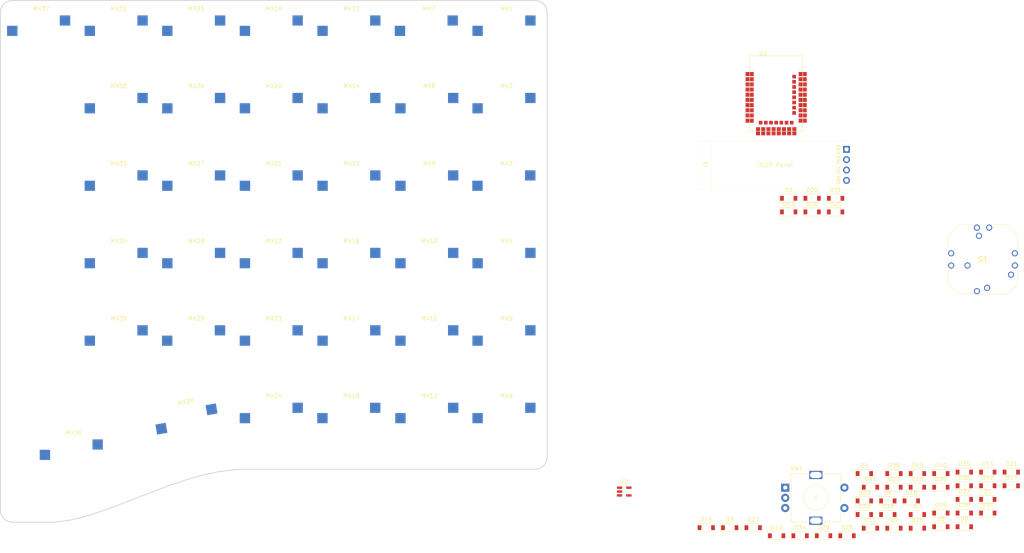
<source format=kicad_pcb>
(kicad_pcb (version 20211014) (generator pcbnew)
  (layers (0 "F.Cu" signal) (31 "B.Cu" signal) (34 "B.Paste" user) (35 "F.Paste" user) (36 "B.SilkS" user "B.Silkscreen") (37 "F.SilkS" user "F.Silkscreen") (38 "B.Mask" user) (39 "F.Mask" user) (44 "Edge.Cuts" user))
  (net 0 "")
  (net 1 "row_5")
  (net 2 "Net-(D1-Pad2)")
  (net 3 "row_4")
  (net 4 "Net-(D2-Pad2)")
  (net 5 "row_3")
  (net 6 "Net-(D3-Pad2)")
  (net 7 "row_2")
  (net 8 "Net-(D4-Pad2)")
  (net 9 "row_1")
  (net 10 "Net-(D5-Pad2)")
  (net 11 "row_0")
  (net 12 "Net-(D6-Pad2)")
  (net 13 "Net-(D35-Pad2)")
  (net 14 "Net-(D8-Pad2)")
  (net 15 "Net-(D9-Pad2)")
  (net 16 "Net-(D10-Pad2)")
  (net 17 "Net-(D11-Pad2)")
  (net 18 "Net-(D12-Pad2)")
  (net 19 "Net-(D13-Pad2)")
  (net 20 "Net-(D14-Pad2)")
  (net 21 "Net-(D15-Pad2)")
  (net 22 "Net-(D16-Pad2)")
  (net 23 "Net-(D17-Pad2)")
  (net 24 "Net-(D18-Pad2)")
  (net 25 "Net-(D19-Pad2)")
  (net 26 "Net-(D20-Pad2)")
  (net 27 "Net-(D21-Pad2)")
  (net 28 "Net-(D22-Pad2)")
  (net 29 "Net-(D23-Pad2)")
  (net 30 "Net-(D24-Pad2)")
  (net 31 "Net-(D25-Pad2)")
  (net 32 "Net-(D26-Pad2)")
  (net 33 "Net-(D27-Pad2)")
  (net 34 "Net-(D28-Pad2)")
  (net 35 "Net-(D29-Pad2)")
  (net 36 "Net-(D30-Pad2)")
  (net 37 "Net-(D31-Pad2)")
  (net 38 "Net-(D32-Pad2)")
  (net 39 "Net-(D33-Pad2)")
  (net 40 "Net-(D34-Pad2)")
  (net 41 "Net-(D36-Pad2)")
  (net 42 "Net-(D37-Pad2)")
  (net 43 "Net-(D38-Pad2)")
  (net 44 "Net-(D39-Pad2)")
  (net 45 "Net-(D40-Pad2)")
  (net 46 "Net-(D41-Pad2)")
  (net 47 "Net-(D42-Pad2)")
  (net 48 "Net-(D43-Pad2)")
  (net 49 "GND")
  (net 50 "circle_Y")
  (net 51 "+5V")
  (net 52 "circle_X")
  (net 53 "col_0")
  (net 54 "col_1")
  (net 55 "col_2")
  (net 56 "col_3")
  (net 57 "col_4")
  (net 58 "col_5")
  (net 59 "col_6")
  (net 60 "encoder_bottom_A")
  (net 61 "encoder_bottom_B")
  (net 63 "encoder_top_A")
  (net 64 "encoder_top_B")
  (net 65 "col_7")
  (net 68 "vdd")
  (net 70 "vddh")
  (net 71 "dcch")
  (net 72 "Net-(SW2-Pad1)")
  (net 73 "vbus")
  (net 76 "d+")
  (net 77 "sda")
  (net 79 "scl")
  (net 80 "swdio")
  (net 81 "swdclk")
  (net 85 "Net-(BT1-Pad1)")
  (net 86 "Net-(R1-Pad1)")
  (footprint "MX:MXOnly-1U-Hotswap" (layer "F.Cu") (at 75.01264 80)
    (fp_text reference "MX22" (at 7.115 -5.46 unlocked) (layer "F.SilkS"))
    (fp_text value "1U")
    (pad "" np_thru_hole circle (at 3.305 0) (size 3 3) (drill 3) (layers *.Cu *.Mask))
    (pad "" np_thru_hole circle (at 2.035 2.54 48.0996) (size 1.75 1.75) (drill 1.75) (layers *.Cu *.Mask))
    (pad "" np_thru_hole circle (at 12.195 2.54 48.0996) (size 1.75 1.75) (drill 1.75) (layers *.Cu *.Mask))
    (pad "" np_thru_hole circle (at 9.655 -2.54) (size 3 3) (drill 3) (layers *.Cu *.Mask))
    (pad "" np_thru_hole circle (at 7.115 2.54) (size 3.9878 3.9878) (drill 3.9878) (layers *.Cu *.Mask))
    (pad "1" smd rect (at 0.03 0) (size 2.55 2.5) (layers "B.Cu" "B.Paste" "B.Mask") (net 56 "col_3"))
    (pad "2" smd rect (at 12.957 -2.54) (size 2.55 2.5) (layers "B.Cu" "B.Paste" "B.Mask") (net 32 "Net-(D26-Pad2)"))
  )
  (footprint "Diode_SMD:D_SOD-123" (layer "F.Cu") (at 239.859441 134.945651)
    (fp_text reference "D16" (at 0 -2) (layer "F.SilkS"))
    (fp_text value "D_Small")
    (pad "1" smd rect (at -1.65 0) (size 0.9 1.2) (layers "F.Cu" "F.Paste" "F.Mask") (net 11 "row_0"))
    (pad "2" smd rect (at 1.65 0) (size 0.9 1.2) (layers "F.Cu" "F.Paste" "F.Mask") (net 22 "Net-(D16-Pad2)"))
  )
  (footprint "MX:MXOnly-1U-Hotswap" (layer "F.Cu") (at 132.04264 80)
    (fp_text reference "MX4" (at 7.115 -5.46 unlocked) (layer "F.SilkS"))
    (fp_text value "1U")
    (pad "" np_thru_hole circle (at 7.115 2.54) (size 3.9878 3.9878) (drill 3.9878) (layers *.Cu *.Mask))
    (pad "" np_thru_hole circle (at 9.655 -2.54) (size 3 3) (drill 3) (layers *.Cu *.Mask))
    (pad "" np_thru_hole circle (at 3.305 0) (size 3 3) (drill 3) (layers *.Cu *.Mask))
    (pad "" np_thru_hole circle (at 12.195 2.54 48.0996) (size 1.75 1.75) (drill 1.75) (layers *.Cu *.Mask))
    (pad "" np_thru_hole circle (at 2.035 2.54 48.0996) (size 1.75 1.75) (drill 1.75) (layers *.Cu *.Mask))
    (pad "1" smd rect (at 0.03 0) (size 2.55 2.5) (layers "B.Cu" "B.Paste" "B.Mask") (net 53 "col_0"))
    (pad "2" smd rect (at 12.957 -2.54) (size 2.55 2.5) (layers "B.Cu" "B.Paste" "B.Mask") (net 8 "Net-(D4-Pad2)"))
  )
  (footprint "Diode_SMD:D_SOD-123" (layer "F.Cu") (at 251.359441 134.585651)
    (fp_text reference "D30" (at 0 -2) (layer "F.SilkS"))
    (fp_text value "D_Small")
    (pad "1" smd rect (at -1.65 0) (size 0.9 1.2) (layers "F.Cu" "F.Paste" "F.Mask") (net 3 "row_4"))
    (pad "2" smd rect (at 1.65 0) (size 0.9 1.2) (layers "F.Cu" "F.Paste" "F.Mask") (net 36 "Net-(D30-Pad2)"))
  )
  (footprint "Diode_SMD:D_SOD-123" (layer "F.Cu") (at 214.059441 64.065651)
    (fp_text reference "D22" (at 0 -2) (layer "F.SilkS"))
    (fp_text value "D_Small")
    (pad "1" smd rect (at -1.65 0) (size 0.9 1.2) (layers "F.Cu" "F.Paste" "F.Mask") (net 11 "row_0"))
    (pad "2" smd rect (at 1.65 0) (size 0.9 1.2) (layers "F.Cu" "F.Paste" "F.Mask") (net 28 "Net-(D22-Pad2)"))
  )
  (footprint "Diode_SMD:D_SOD-123" (layer "F.Cu") (at 257.109441 141.285651)
    (fp_text reference "D37" (at 0 -2) (layer "F.SilkS"))
    (fp_text value "D_Small")
    (pad "1" smd rect (at -1.65 0) (size 0.9 1.2) (layers "F.Cu" "F.Paste" "F.Mask") (net 1 "row_5"))
    (pad "2" smd rect (at 1.65 0) (size 0.9 1.2) (layers "F.Cu" "F.Paste" "F.Mask") (net 42 "Net-(D37-Pad2)"))
  )
  (footprint "Diode_SMD:D_SOD-123" (layer "F.Cu") (at 251.359441 131.235651)
    (fp_text reference "D35" (at 0 -2) (layer "F.SilkS"))
    (fp_text value "D_Small")
    (pad "1" smd rect (at -1.65 0) (size 0.9 1.2) (layers "F.Cu" "F.Paste" "F.Mask") (net 3 "row_4"))
    (pad "2" smd rect (at 1.65 0) (size 0.9 1.2) (layers "F.Cu" "F.Paste" "F.Mask") (net 13 "Net-(D35-Pad2)"))
  )
  (footprint "MX:MXOnly-1U-Hotswap" (layer "F.Cu") (at 75.01264 118)
    (fp_text reference "MX24" (at 7.115 -5.46 unlocked) (layer "F.SilkS"))
    (fp_text value "1U")
    (pad "" np_thru_hole circle (at 2.035 2.54 48.0996) (size 1.75 1.75) (drill 1.75) (layers *.Cu *.Mask))
    (pad "" np_thru_hole circle (at 7.115 2.54) (size 3.9878 3.9878) (drill 3.9878) (layers *.Cu *.Mask))
    (pad "" np_thru_hole circle (at 3.305 0) (size 3 3) (drill 3) (layers *.Cu *.Mask))
    (pad "" np_thru_hole circle (at 9.655 -2.54) (size 3 3) (drill 3) (layers *.Cu *.Mask))
    (pad "" np_thru_hole circle (at 12.195 2.54 48.0996) (size 1.75 1.75) (drill 1.75) (layers *.Cu *.Mask))
    (pad "1" smd rect (at 0.03 0) (size 2.55 2.5) (layers "B.Cu" "B.Paste" "B.Mask") (net 56 "col_3"))
    (pad "2" smd rect (at 12.957 -2.54) (size 2.55 2.5) (layers "B.Cu" "B.Paste" "B.Mask") (net 34 "Net-(D28-Pad2)"))
  )
  (footprint "Diode_SMD:D_SOD-123" (layer "F.Cu") (at 245.609441 131.595651)
    (fp_text reference "D40" (at 0 -2) (layer "F.SilkS"))
    (fp_text value "D_Small")
    (pad "1" smd rect (at -1.65 0) (size 0.9 1.2) (layers "F.Cu" "F.Paste" "F.Mask") (net 7 "row_2"))
    (pad "2" smd rect (at 1.65 0) (size 0.9 1.2) (layers "F.Cu" "F.Paste" "F.Mask") (net 45 "Net-(D40-Pad2)"))
  )
  (footprint "Diode_SMD:D_SOD-123" (layer "F.Cu") (at 211.109441 146.845651)
    (fp_text reference "D34" (at 0 -2) (layer "F.SilkS"))
    (fp_text value "D_Small")
    (pad "1" smd rect (at -1.65 0) (size 0.9 1.2) (layers "F.Cu" "F.Paste" "F.Mask") (net 11 "row_0"))
    (pad "2" smd rect (at 1.65 0) (size 0.9 1.2) (layers "F.Cu" "F.Paste" "F.Mask") (net 40 "Net-(D34-Pad2)"))
  )
  (footprint "Diode_SMD:D_SOD-123" (layer "F.Cu") (at 262.859441 131.235651)
    (fp_text reference "D21" (at 0 -2) (layer "F.SilkS"))
    (fp_text value "D_Small")
    (pad "1" smd rect (at -1.65 0) (size 0.9 1.2) (layers "F.Cu" "F.Paste" "F.Mask") (net 9 "row_1"))
    (pad "2" smd rect (at 1.65 0) (size 0.9 1.2) (layers "F.Cu" "F.Paste" "F.Mask") (net 27 "Net-(D21-Pad2)"))
  )
  (footprint "MX:MXOnly-1U-Hotswap" (layer "F.Cu") (at 75.01264 61)
    (fp_text reference "MX21" (at 7.115 -5.46 unlocked) (layer "F.SilkS"))
    (fp_text value "1U")
    (pad "" np_thru_hole circle (at 3.305 0) (size 3 3) (drill 3) (layers *.Cu *.Mask))
    (pad "" np_thru_hole circle (at 2.035 2.54 48.0996) (size 1.75 1.75) (drill 1.75) (layers *.Cu *.Mask))
    (pad "" np_thru_hole circle (at 7.115 2.54) (size 3.9878 3.9878) (drill 3.9878) (layers *.Cu *.Mask))
    (pad "" np_thru_hole circle (at 9.655 -2.54) (size 3 3) (drill 3) (layers *.Cu *.Mask))
    (pad "" np_thru_hole circle (at 12.195 2.54 48.0996) (size 1.75 1.75) (drill 1.75) (layers *.Cu *.Mask))
    (pad "1" smd rect (at 0.03 0) (size 2.55 2.5) (layers "B.Cu" "B.Paste" "B.Mask") (net 56 "col_3"))
    (pad "2" smd rect (at 12.957 -2.54) (size 2.55 2.5) (layers "B.Cu" "B.Paste" "B.Mask") (net 31 "Net-(D25-Pad2)"))
  )
  (footprint "Diode_SMD:D_SOD-123" (layer "F.Cu") (at 193.859441 144.865651)
    (fp_text reference "D3" (at 0 -2) (layer "F.SilkS"))
    (fp_text value "D_Small")
    (pad "1" smd rect (at -1.65 0) (size 0.9 1.2) (layers "F.Cu" "F.Paste" "F.Mask") (net 5 "row_3"))
    (pad "2" smd rect (at 1.65 0) (size 0.9 1.2) (layers "F.Cu" "F.Paste" "F.Mask") (net 6 "Net-(D3-Pad2)"))
  )
  (footprint "MX:MXOnly-1U-Hotswap" (layer "F.Cu") (at 132.04264 99)
    (fp_text reference "MX5" (at 7.115 -5.46 unlocked) (layer "F.SilkS"))
    (fp_text value "1U")
    (pad "" np_thru_hole circle (at 12.195 2.54 48.0996) (size 1.75 1.75) (drill 1.75) (layers *.Cu *.Mask))
    (pad "" np_thru_hole circle (at 9.655 -2.54) (size 3 3) (drill 3) (layers *.Cu *.Mask))
    (pad "" np_thru_hole circle (at 3.305 0) (size 3 3) (drill 3) (layers *.Cu *.Mask))
    (pad "" np_thru_hole circle (at 2.035 2.54 48.0996) (size 1.75 1.75) (drill 1.75) (layers *.Cu *.Mask))
    (pad "" np_thru_hole circle (at 7.115 2.54) (size 3.9878 3.9878) (drill 3.9878) (layers *.Cu *.Mask))
    (pad "1" smd rect (at 0.03 0) (size 2.55 2.5) (layers "B.Cu" "B.Paste" "B.Mask") (net 53 "col_0"))
    (pad "2" smd rect (at 12.957 -2.54) (size 2.55 2.5) (layers "B.Cu" "B.Paste" "B.Mask") (net 10 "Net-(D5-Pad2)"))
  )
  (footprint "MX:MXOnly-1U-Hotswap" (layer "F.Cu") (at 37 23)
    (fp_text reference "MX31" (at 7.115 -5.46 unlocked) (layer "F.SilkS"))
    (fp_text value "1U")
    (pad "" np_thru_hole circle (at 2.035 2.54 48.0996) (size 1.75 1.75) (drill 1.75) (layers *.Cu *.Mask))
    (pad "" np_thru_hole circle (at 9.655 -2.54) (size 3 3) (drill 3) (layers *.Cu *.Mask))
    (pad "" np_thru_hole circle (at 3.305 0) (size 3 3) (drill 3) (layers *.Cu *.Mask))
    (pad "" np_thru_hole circle (at 12.195 2.54 48.0996) (size 1.75 1.75) (drill 1.75) (layers *.Cu *.Mask))
    (pad "" np_thru_hole circle (at 7.115 2.54) (size 3.9878 3.9878) (drill 3.9878) (layers *.Cu *.Mask))
    (pad "1" smd rect (at 0.03 0) (size 2.55 2.5) (layers "B.Cu" "B.Paste" "B.Mask") (net 58 "col_5"))
    (pad "2" smd rect (at 12.957 -2.54) (size 2.55 2.5) (layers "B.Cu" "B.Paste" "B.Mask") (net 42 "Net-(D37-Pad2)"))
  )
  (footprint "MX:MXOnly-1U-Hotswap" (layer "F.Cu") (at 113.01264 23)
    (fp_text reference "MX7" (at 7.115 -5.46 unlocked) (layer "F.SilkS"))
    (fp_text value "1U")
    (pad "" np_thru_hole circle (at 9.655 -2.54) (size 3 3) (drill 3) (layers *.Cu *.Mask))
    (pad "" np_thru_hole circle (at 3.305 0) (size 3 3) (drill 3) (layers *.Cu *.Mask))
    (pad "" np_thru_hole circle (at 2.035 2.54 48.0996) (size 1.75 1.75) (drill 1.75) (layers *.Cu *.Mask))
    (pad "" np_thru_hole circle (at 12.195 2.54 48.0996) (size 1.75 1.75) (drill 1.75) (layers *.Cu *.Mask))
    (pad "" np_thru_hole circle (at 7.115 2.54) (size 3.9878 3.9878) (drill 3.9878) (layers *.Cu *.Mask))
    (pad "1" smd rect (at 0.03 0) (size 2.55 2.5) (layers "B.Cu" "B.Paste" "B.Mask") (net 54 "col_1"))
    (pad "2" smd rect (at 12.957 -2.54) (size 2.55 2.5) (layers "B.Cu" "B.Paste" "B.Mask") (net 16 "Net-(D10-Pad2)"))
  )
  (footprint "Diode_SMD:D_SOD-123" (layer "F.Cu") (at 214.059441 67.415651)
    (fp_text reference "D36" (at 0 -2) (layer "F.SilkS"))
    (fp_text value "D_Small")
    (pad "1" smd rect (at -1.65 0) (size 0.9 1.2) (layers "F.Cu" "F.Paste" "F.Mask") (net 5 "row_3"))
    (pad "2" smd rect (at 1.65 0) (size 0.9 1.2) (layers "F.Cu" "F.Paste" "F.Mask") (net 41 "Net-(D36-Pad2)"))
  )
  (footprint "Diode_SMD:D_SOD-123" (layer "F.Cu") (at 251.359441 137.935651)
    (fp_text reference "D33" (at 0 -2) (layer "F.SilkS"))
    (fp_text value "D_Small")
    (pad "1" smd rect (at -1.65 0) (size 0.9 1.2) (layers "F.Cu" "F.Paste" "F.Mask") (net 9 "row_1"))
    (pad "2" smd rect (at 1.65 0) (size 0.9 1.2) (layers "F.Cu" "F.Paste" "F.Mask") (net 39 "Net-(D33-Pad2)"))
  )
  (footprint "Diode_SMD:D_SOD-123" (layer "F.Cu") (at 239.859441 141.645651)
    (fp_text reference "D7" (at 0 -2) (layer "F.SilkS"))
    (fp_text value "D_Small")
    (pad "1" smd rect (at -1.65 0) (size 0.9 1.2) (layers "F.Cu" "F.Paste" "F.Mask") (net 11 "row_0"))
    (pad "2" smd rect (at 1.65 0) (size 0.9 1.2) (layers "F.Cu" "F.Paste" "F.Mask") (net 13 "Net-(D35-Pad2)"))
  )
  (footprint "MX:MXOnly-1U-Hotswap" (layer "F.Cu") (at 132.04264 23)
    (fp_text reference "MX1" (at 7.115 -5.46 unlocked) (layer "F.SilkS"))
    (fp_text value "1U")
    (pad "" np_thru_hole circle (at 3.305 0) (size 3 3) (drill 3) (layers *.Cu *.Mask))
    (pad "" np_thru_hole circle (at 2.035 2.54 48.0996) (size 1.75 1.75) (drill 1.75) (layers *.Cu *.Mask))
    (pad "" np_thru_hole circle (at 9.655 -2.54) (size 3 3) (drill 3) (layers *.Cu *.Mask))
    (pad "" np_thru_hole circle (at 12.195 2.54 48.0996) (size 1.75 1.75) (drill 1.75) (layers *.Cu *.Mask))
    (pad "" np_thru_hole circle (at 7.115 2.54) (size 3.9878 3.9878) (drill 3.9878) (layers *.Cu *.Mask))
    (pad "1" smd rect (at 0.03 0) (size 2.55 2.5) (layers "B.Cu" "B.Paste" "B.Mask") (net 53 "col_0"))
    (pad "2" smd rect (at 12.957 -2.54) (size 2.55 2.5) (layers "B.Cu" "B.Paste" "B.Mask") (net 2 "Net-(D1-Pad2)"))
  )
  (footprint "Diode_SMD:D_SOD-123" (layer "F.Cu") (at 251.359441 144.635651)
    (fp_text reference "D5" (at 0 -2) (layer "F.SilkS"))
    (fp_text value "D_Small")
    (pad "1" smd rect (at -1.65 0) (size 0.9 1.2) (layers "F.Cu" "F.Paste" "F.Mask") (net 9 "row_1"))
    (pad "2" smd rect (at 1.65 0) (size 0.9 1.2) (layers "F.Cu" "F.Paste" "F.Mask") (net 10 "Net-(D5-Pad2)"))
  )
  (footprint "MX:MXOnly-1U-Hotswap" (layer "F.Cu") (at 113.12764 80)
    (fp_text reference "MX10" (at 7.115 -5.46 unlocked) (layer "F.SilkS"))
    (fp_text value "1U")
    (pad "" np_thru_hole circle (at 2.035 2.54 48.0996) (size 1.75 1.75) (drill 1.75) (layers *.Cu *.Mask))
    (pad "" np_thru_hole circle (at 12.195 2.54 48.0996) (size 1.75 1.75) (drill 1.75) (layers *.Cu *.Mask))
    (pad "" np_thru_hole circle (at 9.655 -2.54) (size 3 3) (drill 3) (layers *.Cu *.Mask))
    (pad "" np_thru_hole circle (at 7.115 2.54) (size 3.9878 3.9878) (drill 3.9878) (layers *.Cu *.Mask))
    (pad "" np_thru_hole circle (at 3.305 0) (size 3 3) (drill 3) (layers *.Cu *.Mask))
    (pad "1" smd rect (at 0.03 0) (size 2.55 2.5) (layers "B.Cu" "B.Paste" "B.Mask") (net 54 "col_1"))
    (pad "2" smd rect (at 12.957 -2.54) (size 2.55 2.5) (layers "B.Cu" "B.Paste" "B.Mask") (net 19 "Net-(D13-Pad2)"))
  )
  (footprint "MX:MXOnly-1U-Hotswap" (layer "F.Cu") (at 37 61)
    (fp_text reference "MX33" (at 7.115 -5.46 unlocked) (layer "F.SilkS"))
    (fp_text value "1U")
    (pad "" np_thru_hole circle (at 12.195 2.54 48.0996) (size 1.75 1.75) (drill 1.75) (layers *.Cu *.Mask))
    (pad "" np_thru_hole circle (at 3.305 0) (size 3 3) (drill 3) (layers *.Cu *.Mask))
    (pad "" np_thru_hole circle (at 9.655 -2.54) (size 3 3) (drill 3) (layers *.Cu *.Mask))
    (pad "" np_thru_hole circle (at 7.115 2.54) (size 3.9878 3.9878) (drill 3.9878) (layers *.Cu *.Mask))
    (pad "" np_thru_hole circle (at 2.035 2.54 48.0996) (size 1.75 1.75) (drill 1.75) (layers *.Cu *.Mask))
    (pad "1" smd rect (at 0.03 0) (size 2.55 2.5) (layers "B.Cu" "B.Paste" "B.Mask") (net 58 "col_5"))
    (pad "2" smd rect (at 12.957 -2.54) (size 2.55 2.5) (layers "B.Cu" "B.Paste" "B.Mask") (net 44 "Net-(D39-Pad2)"))
  )
  (footprint "Diode_SMD:D_SOD-123" (layer "F.Cu") (at 228.359441 134.945651)
    (fp_text reference "D41" (at 0 -2) (layer "F.SilkS"))
    (fp_text value "D_Small")
    (pad "1" smd rect (at -1.65 0) (size 0.9 1.2) (layers "F.Cu" "F.Paste" "F.Mask") (net 9 "row_1"))
    (pad "2" smd rect (at 1.65 0) (size 0.9 1.2) (layers "F.Cu" "F.Paste" "F.Mask") (net 46 "Net-(D41-Pad2)"))
  )
  (footprint "MX:MXOnly-1U-Hotswap" (layer "F.Cu") (at 18 23)
    (fp_text reference "MX37" (at 7.115 -5.46 unlocked) (layer "F.SilkS"))
    (fp_text value "1U")
    (pad "" np_thru_hole circle (at 12.195 2.54 48.0996) (size 1.75 1.75) (drill 1.75) (layers *.Cu *.Mask))
    (pad "" np_thru_hole circle (at 3.305 0) (size 3 3) (drill 3) (layers *.Cu *.Mask))
    (pad "" np_thru_hole circle (at 2.035 2.54 48.0996) (size 1.75 1.75) (drill 1.75) (layers *.Cu *.Mask))
    (pad "" np_thru_hole circle (at 7.115 2.54) (size 3.9878 3.9878) (drill 3.9878) (layers *.Cu *.Mask))
    (pad "" np_thru_hole circle (at 9.655 -2.54) (size 3 3) (drill 3) (layers *.Cu *.Mask))
    (pad "1" smd rect (at 0.03 0) (size 2.55 2.5) (layers "B.Cu" "B.Paste" "B.Mask") (net 59 "col_6"))
    (pad "2" smd rect (at 12.957 -2.54) (size 2.55 2.5) (layers "B.Cu" "B.Paste" "B.Mask") (net 48 "Net-(D43-Pad2)"))
  )
  (footprint "MX:MXOnly-1U-Hotswap" (layer "F.Cu") (at 94.04264 42)
    (fp_text reference "MX14" (at 7.115 -5.46 unlocked) (layer "F.SilkS"))
    (fp_text value "1U")
    (pad "" np_thru_hole circle (at 3.305 0) (size 3 3) (drill 3) (layers *.Cu *.Mask))
    (pad "" np_thru_hole circle (at 2.035 2.54 48.0996) (size 1.75 1.75) (drill 1.75) (layers *.Cu *.Mask))
    (pad "" np_thru_hole circle (at 9.655 -2.54) (size 3 3) (drill 3) (layers *.Cu *.Mask))
    (pad "" np_thru_hole circle (at 12.195 2.54 48.0996) (size 1.75 1.75) (drill 1.75) (layers *.Cu *.Mask))
    (pad "" np_thru_hole circle (at 7.115 2.54) (size 3.9878 3.9878) (drill 3.9878) (layers *.Cu *.Mask))
    (pad "1" smd rect (at 0.03 0) (size 2.55 2.5) (layers "B.Cu" "B.Paste" "B.Mask") (net 55 "col_2"))
    (pad "2" smd rect (at 12.957 -2.54) (size 2.55 2.5) (layers "B.Cu" "B.Paste" "B.Mask") (net 24 "Net-(D18-Pad2)"))
  )
  (footprint "Keebio-Parts:RotaryEncoder_Alps_EC11E-Switch_Vertical_H20mm" (layer "F.Cu") (at 214.959441 137.545651)
    (fp_text reference "SW1" (at -4.7 -7.2) (layer "F.SilkS"))
    (fp_text value "RotaryEncoder_Switch")
    (pad "A" thru_hole rect locked (at -7.5 -2.5) (size 2 2) (drill 1) (layers *.Cu *.Mask) (net 63 "encoder_top_A"))
    (pad "B" thru_hole circle locked (at -7.5 2.5) (size 2 2) (drill 1) (layers *.Cu *.Mask) (net 64 "encoder_top_B"))
    (pad "C" thru_hole circle locked (at -7.5 0) (size 2 2) (drill 1) (layers *.Cu *.Mask) (net 49 "GND"))
    (pad "MP" thru_hole rect locked (at 0 5.6) (size 3.2 2) (drill oval 2.8 1.5) (layers *.Cu *.Mask))
    (pad "MP" thru_hole rect locked (at 0 -5.6) (size 3.2 2) (drill oval 2.8 1.5) (layers *.Cu *.Mask))
    (pad "S1" thru_hole circle locked (at 7 2.5) (size 2 2) (drill 1) (layers *.Cu *.Mask) (net 65 "col_7"))
    (pad "S2" thru_hole circle locked (at 7 -2.5) (size 2 2) (drill 1) (layers *.Cu *.Mask) (net 22 "Net-(D16-Pad2)"))
  )
  (footprint "Diode_SMD:D_SOD-123" (layer "F.Cu") (at 245.609441 141.285651)
    (fp_text reference "D19" (at 0 -2) (layer "F.SilkS"))
    (fp_text value "D_Small")
    (pad "1" smd rect (at -1.65 0) (size 0.9 1.2) (layers "F.Cu" "F.Paste" "F.Mask") (net 5 "row_3"))
    (pad "2" smd rect (at 1.65 0) (size 0.9 1.2) (layers "F.Cu" "F.Paste" "F.Mask") (net 25 "Net-(D19-Pad2)"))
  )
  (footprint "Diode_SMD:D_SOD-123" (layer "F.Cu") (at 257.109441 131.235651)
    (fp_text reference "D14" (at 0 -2) (layer "F.SilkS"))
    (fp_text value "D_Small")
    (pad "1" smd rect (at -1.65 0) (size 0.9 1.2) (layers "F.Cu" "F.Paste" "F.Mask") (net 9 "row_1"))
    (pad "2" smd rect (at 1.65 0) (size 0.9 1.2) (layers "F.Cu" "F.Paste" "F.Mask") (net 20 "Net-(D14-Pad2)"))
  )
  (footprint "MX:MXOnly-1U-Hotswap" (layer "F.Cu") (at 94.04264 61)
    (fp_text reference "MX15" (at 7.115 -5.46 unlocked) (layer "F.SilkS"))
    (fp_text value "1U")
    (pad "" np_thru_hole circle (at 2.035 2.54 48.0996) (size 1.75 1.75) (drill 1.75) (layers *.Cu *.Mask))
    (pad "" np_thru_hole circle (at 3.305 0) (size 3 3) (drill 3) (layers *.Cu *.Mask))
    (pad "" np_thru_hole circle (at 12.195 2.54 48.0996) (size 1.75 1.75) (drill 1.75) (layers *.Cu *.Mask))
    (pad "" np_thru_hole circle (at 9.655 -2.54) (size 3 3) (drill 3) (layers *.Cu *.Mask))
    (pad "" np_thru_hole circle (at 7.115 2.54) (size 3.9878 3.9878) (drill 3.9878) (layers *.Cu *.Mask))
    (pad "1" smd rect (at 0.03 0) (size 2.55 2.5) (layers "B.Cu" "B.Paste" "B.Mask") (net 55 "col_2"))
    (pad "2" smd rect (at 12.957 -2.54) (size 2.55 2.5) (layers "B.Cu" "B.Paste" "B.Mask") (net 25 "Net-(D19-Pad2)"))
  )
  (footprint "MX:MXOnly-1U-Hotswap" (layer "F.Cu") (at 113.12764 118)
    (fp_text reference "MX12" (at 7.115 -5.46 unlocked) (layer "F.SilkS"))
    (fp_text value "1U")
    (pad "" np_thru_hole circle (at 7.115 2.54) (size 3.9878 3.9878) (drill 3.9878) (layers *.Cu *.Mask))
    (pad "" np_thru_hole circle (at 3.305 0) (size 3 3) (drill 3) (layers *.Cu *.Mask))
    (pad "" np_thru_hole circle (at 12.195 2.54 48.0996) (size 1.75 1.75) (drill 1.75) (layers *.Cu *.Mask))
    (pad "" np_thru_hole circle (at 9.655 -2.54) (size 3 3) (drill 3) (layers *.Cu *.Mask))
    (pad "" np_thru_hole circle (at 2.035 2.54 48.0996) (size 1.75 1.75) (drill 1.75) (layers *.Cu *.Mask))
    (pad "1" smd rect (at 0.03 0) (size 2.55 2.5) (layers "B.Cu" "B.Paste" "B.Mask") (net 54 "col_1"))
    (pad "2" smd rect (at 12.957 -2.54) (size 2.55 2.5) (layers "B.Cu" "B.Paste" "B.Mask") (net 21 "Net-(D15-Pad2)"))
  )
  (footprint "Diode_SMD:D_SOD-123" (layer "F.Cu") (at 232.609441 138.295651)
    (fp_text reference "D6" (at 0 -2) (layer "F.SilkS"))
    (fp_text value "D_Small")
    (pad "1" smd rect (at -1.65 0) (size 0.9 1.2) (layers "F.Cu" "F.Paste" "F.Mask") (net 11 "row_0"))
    (pad "2" smd rect (at 1.65 0) (size 0.9 1.2) (layers "F.Cu" "F.Paste" "F.Mask") (net 12 "Net-(D6-Pad2)"))
  )
  (footprint "Diode_SMD:D_SOD-123" (layer "F.Cu") (at 226.859441 131.595651)
    (fp_text reference "D4" (at 0 -2) (layer "F.SilkS"))
    (fp_text value "D_Small")
    (pad "1" smd rect (at -1.65 0) (size 0.9 1.2) (layers "F.Cu" "F.Paste" "F.Mask") (net 7 "row_2"))
    (pad "2" smd rect (at 1.65 0) (size 0.9 1.2) (layers "F.Cu" "F.Paste" "F.Mask") (net 8 "Net-(D4-Pad2)"))
  )
  (footprint "MX:MXOnly-1U-Hotswap" (layer "F.Cu") (at 94.04264 99)
    (fp_text reference "MX17" (at 7.115 -5.46 unlocked) (layer "F.SilkS"))
    (fp_text value "1U")
    (pad "" np_thru_hole circle (at 9.655 -2.54) (size 3 3) (drill 3) (layers *.Cu *.Mask))
    (pad "" np_thru_hole circle (at 2.035 2.54 48.0996) (size 1.75 1.75) (drill 1.75) (layers *.Cu *.Mask))
    (pad "" np_thru_hole circle (at 12.195 2.54 48.0996) (size 1.75 1.75) (drill 1.75) (layers *.Cu *.Mask))
    (pad "" np_thru_hole circle (at 3.305 0) (size 3 3) (drill 3) (layers *.Cu *.Mask))
    (pad "" np_thru_hole circle (at 7.115 2.54) (size 3.9878 3.9878) (drill 3.9878) (layers *.Cu *.Mask))
    (pad "1" smd rect (at 0.03 0) (size 2.55 2.5) (layers "B.Cu" "B.Paste" "B.Mask") (net 55 "col_2"))
    (pad "2" smd rect (at 12.957 -2.54) (size 2.55 2.5) (layers "B.Cu" "B.Paste" "B.Mask") (net 27 "Net-(D21-Pad2)"))
  )
  (footprint "MX:MXOnly-1U-Hotswap" (layer "F.Cu") (at 132.04264 42)
    (fp_text reference "MX2" (at 7.115 -5.46 unlocked) (layer "F.SilkS"))
    (fp_text value "1U")
    (pad "" np_thru_hole circle (at 2.035 2.54 48.0996) (size 1.75 1.75) (drill 1.75) (layers *.Cu *.Mask))
    (pad "" np_thru_hole circle (at 3.305 0) (size 3 3) (drill 3) (layers *.Cu *.Mask))
    (pad "" np_thru_hole circle (at 12.195 2.54 48.0996) (size 1.75 1.75) (drill 1.75) (layers *.Cu *.Mask))
    (pad "" np_thru_hole circle (at 7.115 2.54) (size 3.9878 3.9878) (drill 3.9878) (layers *.Cu *.Mask))
    (pad "" np_thru_hole circle (at 9.655 -2.54) (size 3 3) (drill 3) (layers *.Cu *.Mask))
    (pad "1" smd rect (at 0.03 0) (size 2.55 2.5) (layers "B.Cu" "B.Paste" "B.Mask") (net 53 "col_0"))
    (pad "2" smd rect (at 12.957 -2.54) (size 2.55 2.5) (layers "B.Cu" "B.Paste" "B.Mask") (net 4 "Net-(D2-Pad2)"))
  )
  (footprint "Diode_SMD:D_SOD-123" (layer "F.Cu") (at 226.859441 138.295651)
    (fp_text reference "D23" (at 0 -2) (layer "F.SilkS"))
    (fp_text value "D_Small")
    (pad "1" smd rect (at -1.65 0) (size 0.9 1.2) (layers "F.Cu" "F.Paste" "F.Mask") (net 1 "row_5"))
    (pad "2" smd rect (at 1.65 0) (size 0.9 1.2) (layers "F.Cu" "F.Paste" "F.Mask") (net 29 "Net-(D23-Pad2)"))
  )
  (footprint "Diode_SMD:D_SOD-123" (layer "F.Cu") (at 188.109441 144.865651)
    (fp_text reference "D15" (at 0 -2) (layer "F.SilkS"))
    (fp_text value "D_Small")
    (pad "1" smd rect (at -1.65 0) (size 0.9 1.2) (layers "F.Cu" "F.Paste" "F.Mask") (net 11 "row_0"))
    (pad "2" smd rect (at 1.65 0) (size 0.9 1.2) (layers "F.Cu" "F.Paste" "F.Mask") (net 21 "Net-(D15-Pad2)"))
  )
  (footprint "Diode_SMD:D_SOD-123" (layer "F.Cu") (at 245.609441 134.945651)
    (fp_text reference "D20" (at 0 -2) (layer "F.SilkS"))
    (fp_text value "D_Small")
    (pad "1" smd rect (at -1.65 0) (size 0.9 1.2) (layers "F.Cu" "F.Paste" "F.Mask") (net 7 "row_2"))
    (pad "2" smd rect (at 1.65 0) (size 0.9 1.2) (layers "F.Cu" "F.Paste" "F.Mask") (net 26 "Net-(D20-Pad2)"))
  )
  (footprint "cumsys:RKJXT1F42001" (layer "F.Cu") (at 255.934441 79.060651)
    (fp_text reference "S1" (at 0 0) (layer "F.SilkS") (effects (font (size 1.27 1.27) (thickness 0.254))))
    (fp_text value "RKJXT1F42001" hide)
    (pad "1" thru_hole circle locked (at -1.5 7.8) (size 1.5 1.5) (drill 1) (layers *.Cu *.Mask) (net 13 "Net-(D35-Pad2)"))
    (pad "2" thru_hole circle locked (at 1 6.98) (size 1.5 1.5) (drill 1) (layers *.Cu *.Mask) (net 59 "col_6"))
    (pad "3" thru_hole circle locked (at 6.86 3.75) (size 1.5 1.5) (drill 1) (layers *.Cu *.Mask) (net 59 "col_6"))
    (pad "4" thru_hole circle locked (at 7.8 1.5) (size 1.5 1.5) (drill 1) (layers *.Cu *.Mask) (net 14 "Net-(D8-Pad2)"))
    (pad "5" thru_hole circle locked (at 7.8 -1.5) (size 1.5 1.5) (drill 1) (layers *.Cu *.Mask) (net 60 "encoder_bottom_A"))
    (pad "6" thru_hole circle locked (at 1.5 -7.8) (size 1.5 1.5) (drill 1) (layers *.Cu *.Mask) (net 15 "Net-(D9-Pad2)"))
    (pad "7" thru_hole circle locked (at -1 -5.78) (size 1.5 1.5) (drill 1) (layers *.Cu *.Mask) (net 13 "Net-(D35-Pad2)"))
    (pad "8" thru_hole circle locked (at -1.5 -7.8) (size 1.5 1.5) (drill 1) (layers *.Cu *.Mask) (net 49 "GND"))
    (pad "9" thru_hole circle locked (at -7.8 -1.5) (size 1.5 1.5) (drill 1) (layers *.Cu *.Mask) (net 41 "Net-(D36-Pad2)"))
    (pad "10" thru_hole circle locked (at -7.8 1.5) (size 1.5 1.5) (drill 1) (layers *.Cu *.Mask) (net 61 "encoder_bottom_B"))
    (pad "11" thru_hole circle locked (at -3.8 1.5) (size 1.5 1.5) (drill 1) (layers *.Cu *.Mask))
  )
  (footprint "Diode_SMD:D_SOD-123" (layer "F.Cu") (at 208.309441 67.415651)
    (fp_text reference "D43" (at 0 -2) (layer "F.SilkS"))
    (fp_text value "D_Small")
    (pad "1" smd rect (at -1.65 0) (size 0.9 1.2) (layers "F.Cu" "F.Paste" "F.Mask") (net 1 "row_5"))
    (pad "2" smd rect (at 1.65 0) (size 0.9 1.2) (layers "F.Cu" "F.Paste" "F.Mask") (net 48 "Net-(D43-Pad2)"))
  )
  (footprint "MX:MXOnly-1U-Hotswap" (layer "F.Cu") (at 56 80)
    (fp_text reference "MX28" (at 7.115 -5.46 unlocked) (layer "F.SilkS"))
    (fp_text value "1U")
    (pad "" np_thru_hole circle (at 2.035 2.54 48.0996) (size 1.75 1.75) (drill 1.75) (layers *.Cu *.Mask))
    (pad "" np_thru_hole circle (at 9.655 -2.54) (size 3 3) (drill 3) (layers *.Cu *.Mask))
    (pad "" np_thru_hole circle (at 3.305 0) (size 3 3) (drill 3) (layers *.Cu *.Mask))
    (pad "" np_thru_hole circle (at 7.115 2.54) (size 3.9878 3.9878) (drill 3.9878) (layers *.Cu *.Mask))
    (pad "" np_thru_hole circle (at 12.195 2.54 48.0996) (size 1.75 1.75) (drill 1.75) (layers *.Cu *.Mask))
    (pad "1" smd rect (at 0.03 0) (size 2.55 2.5) (layers "B.Cu" "B.Paste" "B.Mask") (net 57 "col_4"))
    (pad "2" smd rect (at 12.957 -2.54) (size 2.55 2.5) (layers "B.Cu" "B.Paste" "B.Mask") (net 38 "Net-(D32-Pad2)"))
  )
  (footprint "MX:MXOnly-1U-Hotswap" (layer "F.Cu") (at 54.545361 120.586418 10)
    (fp_text reference "MX30" (at 7.115 -5.46 10 unlocked) (layer "F.SilkS"))
    (fp_text value "1U")
    (pad "" np_thru_hole circle (at 12.195 2.54 58.0996) (size 1.75 1.75) (drill 1.75) (layers *.Cu *.Mask))
    (pad "" np_thru_hole circle (at 7.115 2.54 10) (size 3.9878 3.9878) (drill 3.9878) (layers *.Cu *.Mask))
    (pad "" np_thru_hole circle (at 9.655 -2.54 10) (size 3 3) (drill 3) (layers *.Cu *.Mask))
    (pad "" np_thru_hole circle (at 3.305 0 10) (size 3 3) (drill 3) (layers *.Cu *.Mask))
    (pad "" np_thru_hole circle (at 2.035 2.54 58.0996) (size 1.75 1.75) (drill 1.75) (layers *.Cu *.Mask))
    (pad "1" smd rect (at 0.03 0 10) (size 2.55 2.5) (layers "B.Cu" "B.Paste" "B.Mask") (net 57 "col_4"))
    (pad "2" smd rect (at 12.957 -2.54 10) (size 2.55 2.5) (layers "B.Cu" "B.Paste" "B.Mask") (net 40 "Net-(D34-Pad2)"))
  )
  (footprint "Diode_SMD:D_SOD-123" (layer "F.Cu") (at 245.609441 144.635651)
    (fp_text reference "D8" (at 0 -2) (layer "F.SilkS"))
    (fp_text value "D_Small")
    (pad "1" smd rect (at -1.65 0) (size 0.9 1.2) (layers "F.Cu" "F.Paste" "F.Mask") (net 9 "row_1"))
    (pad "2" smd rect (at 1.65 0) (size 0.9 1.2) (layers "F.Cu" "F.Paste" "F.Mask") (net 14 "Net-(D8-Pad2)"))
  )
  (footprint "MX:MXOnly-1U-Hotswap" (layer "F.Cu") (at 75.01264 99)
    (fp_text reference "MX23" (at 7.115 -5.46 unlocked) (layer "F.SilkS"))
    (fp_text value "1U")
    (pad "" np_thru_hole circle (at 9.655 -2.54) (size 3 3) (drill 3) (layers *.Cu *.Mask))
    (pad "" np_thru_hole circle (at 2.035 2.54 48.0996) (size 1.75 1.75) (drill 1.75) (layers *.Cu *.Mask))
    (pad "" np_thru_hole circle (at 12.195 2.54 48.0996) (size 1.75 1.75) (drill 1.75) (layers *.Cu *.Mask))
    (pad "" np_thru_hole circle (at 7.115 2.54) (size 3.9878 3.9878) (drill 3.9878) (layers *.Cu *.Mask))
    (pad "" np_thru_hole circle (at 3.305 0) (size 3 3) (drill 3) (layers *.Cu *.Mask))
    (pad "1" smd rect (at 0.03 0) (size 2.55 2.5) (layers "B.Cu" "B.Paste" "B.Mask") (net 56 "col_3"))
    (pad "2" smd rect (at 12.957 -2.54) (size 2.55 2.5) (layers "B.Cu" "B.Paste" "B.Mask") (net 33 "Net-(D27-Pad2)"))
  )
  (footprint "Diode_SMD:D_SOD-123" (layer "F.Cu") (at 222.609441 146.845651)
    (fp_text reference "D25" (at 0 -2) (layer "F.SilkS"))
    (fp_text value "D_Small")
    (pad "1" smd rect (at -1.65 0) (size 0.9 1.2) (layers "F.Cu" "F.Paste" "F.Mask") (net 5 "row_3"))
    (pad "2" smd rect (at 1.65 0) (size 0.9 1.2) (layers "F.Cu" "F.Paste" "F.Mask") (net 31 "Net-(D25-Pad2)"))
  )
  (footprint "Diode_SMD:D_SOD-123" (layer "F.Cu") (at 205.359441 146.845651)
    (fp_text reference "D12" (at 0 -2) (layer "F.SilkS"))
    (fp_text value "D_Small")
    (pad "1" smd rect (at -1.65 0) (size 0.9 1.2) (layers "F.Cu" "F.Paste" "F.Mask") (net 5 "row_3"))
    (pad "2" smd rect (at 1.65 0) (size 0.9 1.2) (layers "F.Cu" "F.Paste" "F.Mask") (net 18 "Net-(D12-Pad2)"))
  )
  (footprint "MX:MXOnly-1U-Hotswap" (layer "F.Cu") (at 94.04264 80)
    (fp_text reference "MX16" (at 7.115 -5.46 unlocked) (layer "F.SilkS"))
    (fp_text value "1U")
    (pad "" np_thru_hole circle (at 2.035 2.54 48.0996) (size 1.75 1.75) (drill 1.75) (layers *.Cu *.Mask))
    (pad "" np_thru_hole circle (at 12.195 2.54 48.0996) (size 1.75 1.75) (drill 1.75) (layers *.Cu *.Mask))
    (pad "" np_thru_hole circle (at 3.305 0) (size 3 3) (drill 3) (layers *.Cu *.Mask))
    (pad "" np_thru_hole circle (at 9.655 -2.54) (size 3 3) (drill 3) (layers *.Cu *.Mask))
    (pad "" np_thru_hole circle (at 7.115 2.54) (size 3.9878 3.9878) (drill 3.9878) (layers *.Cu *.Mask))
    (pad "1" smd rect (at 0.03 0) (size 2.55 2.5) (layers "B.Cu" "B.Paste" "B.Mask") (net 55 "col_2"))
    (pad "2" smd rect (at 12.957 -2.54) (size 2.55 2.5) (layers "B.Cu" "B.Paste" "B.Mask") (net 26 "Net-(D20-Pad2)"))
  )
  (footprint "MX:MXOnly-1U-Hotswap" (layer "F.Cu") (at 56 42)
    (fp_text reference "MX26" (at 7.115 -5.46 unlocked) (layer "F.SilkS"))
    (fp_text value "1U")
    (pad "" np_thru_hole circle (at 3.305 0) (size 3 3) (drill 3) (layers *.Cu *.Mask))
    (pad "" np_thru_hole circle (at 2.035 2.54 48.0996) (size 1.75 1.75) (drill 1.75) (layers *.Cu *.Mask))
    (pad "" np_thru_hole circle (at 7.115 2.54) (size 3.9878 3.9878) (drill 3.9878) (layers *.Cu *.Mask))
    (pad "" np_thru_hole circle (at 9.655 -2.54) (size 3 3) (drill 3) (layers *.Cu *.Mask))
    (pad "" np_thru_hole circle (at 12.195 2.54 48.0996) (size 1.75 1.75) (drill 1.75) (layers *.Cu *.Mask))
    (pad "1" smd rect (at 0.03 0) (size 2.55 2.5) (layers "B.Cu" "B.Paste" "B.Mask") (net 57 "col_4"))
    (pad "2" smd rect (at 12.957 -2.54) (size 2.55 2.5) (layers "B.Cu" "B.Paste" "B.Mask") (net 36 "Net-(D30-Pad2)"))
  )
  (footprint "Diode_SMD:D_SOD-123" (layer "F.Cu") (at 239.859441 131.595651)
    (fp_text reference "D10" (at 0 -2) (layer "F.SilkS"))
    (fp_text value "D_Small")
    (pad "1" smd rect (at -1.65 0) (size 0.9 1.2) (layers "F.Cu" "F.Paste" "F.Mask") (net 1 "row_5"))
    (pad "2" smd rect (at 1.65 0) (size 0.9 1.2) (layers "F.Cu" "F.Paste" "F.Mask") (net 16 "Net-(D10-Pad2)"))
  )
  (footprint "Diode_SMD:D_SOD-123" (layer "F.Cu") (at 239.859441 144.995651)
    (fp_text reference "D26" (at 0 -2) (layer "F.SilkS"))
    (fp_text value "D_Small")
    (pad "1" smd rect (at -1.65 0) (size 0.9 1.2) (layers "F.Cu" "F.Paste" "F.Mask") (net 7 "row_2"))
    (pad "2" smd rect (at 1.65 0) (size 0.9 1.2) (layers "F.Cu" "F.Paste" "F.Mask") (net 32 "Net-(D26-Pad2)"))
  )
  (footprint "Diode_SMD:D_SOD-123" (layer "F.Cu") (at 234.109441 134.945651)
    (fp_text reference "D13" (at 0 -2) (layer "F.SilkS"))
    (fp_text value "D_Small")
    (pad "1" smd rect (at -1.65 0) (size 0.9 1.2) (layers "F.Cu" "F.Paste" "F.Mask") (net 7 "row_2"))
    (pad "2" smd rect (at 1.65 0) (size 0.9 1.2) (layers "F.Cu" "F.Paste" "F.Mask") (net 19 "Net-(D13-Pad2)"))
  )
  (footprint "MX:MXOnly-1U-Hotswap" (layer "F.Cu") (at 37 80)
    (fp_text reference "MX34" (at 7.115 -5.46 unlocked) (layer "F.SilkS"))
    (fp_text value "1U")
    (pad "" np_thru_hole circle (at 9.655 -2.54) (size 3 3) (drill 3) (layers *.Cu *.Mask))
    (pad "" np_thru_hole circle (at 7.115 2.54) (size 3.9878 3.9878) (drill 3.9878) (layers *.Cu *.Mask))
    (pad "" np_thru_hole circle (at 3.305 0) (size 3 3) (drill 3) (layers *.Cu *.Mask))
    (pad "" np_thru_hole circle (at 12.195 2.54 48.0996) (size 1.75 1.75) (drill 1.75) (layers *.Cu *.Mask))
    (pad "" np_thru_hole circle (at 2.035 2.54 48.0996) (size 1.75 1.75) (drill 1.75) (layers *.Cu *.Mask))
    (pad "1" smd rect (at 0.03 0) (size 2.55 2.5) (layers "B.Cu" "B.Paste" "B.Mask") (net 58 "col_5"))
    (pad "2" smd rect (at 12.957 -2.54) (size 2.55 2.5) (layers "B.Cu" "B.Paste" "B.Mask") (net 45 "Net-(D40-Pad2)"))
  )
  (footprint "Diode_SMD:D_SOD-123" (layer "F.Cu") (at 216.859441 146.845651)
    (fp_text reference "D29" (at 0 -2) (layer "F.SilkS"))
    (fp_text value "D_Small")
    (pad "1" smd rect (at -1.65 0) (size 0.9 1.2) (layers "F.Cu" "F.Paste" "F.Mask") (net 1 "row_5"))
    (pad "2" smd rect (at 1.65 0) (size 0.9 1.2) (layers "F.Cu" "F.Paste" "F.Mask") (net 35 "Net-(D29-Pad2)"))
  )
  (footprint "MX:MXOnly-1U-Hotswap" (layer "F.Cu") (at 94.04264 23)
    (fp_text reference "MX13" (at 7.115 -5.46 unlocked) (layer "F.SilkS"))
    (fp_text value "1U")
    (pad "" np_thru_hole circle (at 2.035 2.54 48.0996) (size 1.75 1.75) (drill 1.75) (layers *.Cu *.Mask))
    (pad "" np_thru_hole circle (at 9.655 -2.54) (size 3 3) (drill 3) (layers *.Cu *.Mask))
    (pad "" np_thru_hole circle (at 12.195 2.54 48.0996) (size 1.75 1.75) (drill 1.75) (layers *.Cu *.Mask))
    (pad "" np_thru_hole circle (at 3.305 0) (size 3 3) (drill 3) (layers *.Cu *.Mask))
    (pad "" np_thru_hole circle (at 7.115 2.54) (size 3.9878 3.9878) (drill 3.9878) (layers *.Cu *.Mask))
    (pad "1" smd rect (at 0.03 0) (size 2.55 2.5) (layers "B.Cu" "B.Paste" "B.Mask") (net 55 "col_2"))
    (pad "2" smd rect (at 12.957 -2.54) (size 2.55 2.5) (layers "B.Cu" "B.Paste" "B.Mask") (net 23 "Net-(D17-Pad2)"))
  )
  (footprint "MX:MXOnly-1U-Hotswap" (layer "F.Cu") (at 55.97 99)
    (fp_text reference "MX29" (at 7.115 -5.46 unlocked) (layer "F.SilkS"))
    (fp_text value "1U")
    (pad "" np_thru_hole circle (at 2.035 2.54 48.0996) (size 1.75 1.75) (drill 1.75) (layers *.Cu *.Mask))
    (pad "" np_thru_hole circle (at 3.305 0) (size 3 3) (drill 3) (layers *.Cu *.Mask))
    (pad "" np_thru_hole circle (at 7.115 2.54) (size 3.9878 3.9878) (drill 3.9878) (layers *.Cu *.Mask))
    (pad "" np_thru_hole circle (at 9.655 -2.54) (size 3 3) (drill 3) (layers *.Cu *.Mask))
    (pad "" np_thru_hole circle (at 12.195 2.54 48.0996) (size 1.75 1.75) (drill 1.75) (layers *.Cu *.Mask))
    (pad "1" smd rect (at 0.03 0) (size 2.55 2.5) (layers "B.Cu" "B.Paste" "B.Mask") (net 57 "col_4"))
    (pad "2" smd rect (at 12.957 -2.54) (size 2.55 2.5) (layers "B.Cu" "B.Paste" "B.Mask") (net 39 "Net-(D33-Pad2)"))
  )
  (footprint "Diode_SMD:D_SOD-123" (layer "F.Cu") (at 257.109441 134.585651)
    (fp_text reference "D42" (at 0 -2) (layer "F.SilkS"))
    (fp_text value "D_Small")
    (pad "1" smd rect (at -1.65 0) (size 0.9 1.2) (layers "F.Cu" "F.Paste" "F.Mask") (net 11 "row_0"))
    (pad "2" smd rect (at 1.65 0) (size 0.9 1.2) (layers "F.Cu" "F.Paste" "F.Mask") (net 47 "Net-(D42-Pad2)"))
  )
  (footprint "KiCad-SSD1306-0.91-OLED-4pin-128x32:SSD1306-0.91-OLED-4pin-128x32" (layer "F.Cu") (at 185.984441 49.870651)
    (fp_text reference "J1" (at 1.9 5.91 90) (layer "F.SilkS"))
    (fp_text value "Conn_01x04_Female")
    (fp_text user "SCL" (at 34.5 7.27 -90) (layer "F.SilkS") (effects (font (size 0.75 0.75))))
    (fp_text user "SDA" (at 34.5 9.81 -90) (layer "F.SilkS") (effects (font (size 0.75 0.75))))
    (fp_text user "GND" (at 34.5 2.19 -90) (layer "F.SilkS") (effects (font (size 0.75 0.75))))
    (fp_text user "VCC" (at 34.5 4.73 -90) (layer "F.SilkS") (effects (font (size 0.75 0.75))))
    (fp_text user "OLED Panel" (at 19 6) (layer "F.SilkS"))
    (pad "1" thru_hole rect locked (at 36.5 2.19) (size 1.7 1.7) (drill 1) (layers *.Cu *.Mask) (net 49 "GND"))
    (pad "2" thru_hole oval locked (at 36.5 4.73) (size 1.7 1.7) (drill 1) (layers *.Cu *.Mask) (net 50 "circle_Y"))
    (pad "3" thru_hole oval locked (at 36.5 7.27) (size 1.7 1.7) (drill 1) (layers *.Cu *.Mask) (net 51 "+5V"))
    (pad "4" thru_hole oval locked (at 36.5 9.81) (size 1.7 1.7) (drill 1) (layers *.Cu *.Mask) (net 52 "circle_X"))
  )
  (footprint "Diode_SMD:D_SOD-123" (layer "F.Cu") (at 228.359441 144.995651)
    (fp_text reference "D11" (at 0 -2) (layer "F.SilkS"))
    (fp_text value "D_Small")
    (pad "1" smd rect (at -1.65 0) (size 0.9 1.2) (layers "F.Cu" "F.Paste" "F.Mask") (net 3 "row_4"))
    (pad "2" smd rect (at 1.65 0) (size 0.9 1.2) (layers "F.Cu" "F.Paste" "F.Mask") (net 17 "Net-(D11-Pad2)"))
  )
  (footprint "MX:MXOnly-1U-Hotswap" (layer "F.Cu") (at 113.12764 99)
    (fp_text reference "MX11" (at 7.115 -5.46 unlocked) (layer "F.SilkS"))
    (fp_text value "1U")
    (pad "" np_thru_hole circle (at 3.305 0) (size 3 3) (drill 3) (layers *.Cu *.Mask))
    (pad "" np_thru_hole circle (at 2.035 2.54 48.0996) (size 1.75 1.75) (drill 1.75) (layers *.Cu *.Mask))
    (pad "" np_thru_hole circle (at 9.655 -2.54) (size 3 3) (drill 3) (layers *.Cu *.Mask))
    (pad "" np_thru_hole circle (at 12.195 2.54 48.0996) (size 1.75 1.75) (drill 1.75) (layers *.Cu *.Mask))
    (pad "" np_thru_hole circle (at 7.115 2.54) (size 3.9878 3.9878) (drill 3.9878) (layers *.Cu *.Mask))
    (pad "1" smd rect (at 0.03 0) (size 2.55 2.5) (layers "B.Cu" "B.Paste" "B.Mask") (net 54 "col_1"))
    (pad "2" smd rect (at 12.957 -2.54) (size 2.55 2.5) (layers "B.Cu" "B.Paste" "B.Mask") (net 20 "Net-(D14-Pad2)"))
  )
  (footprint "Diode_SMD:D_SOD-123" (layer "F.Cu") (at 234.109441 131.595651)
    (fp_text reference "D38" (at 0 -2) (layer "F.SilkS"))
    (fp_text value "D_Small")
    (pad "1" smd rect (at -1.65 0) (size 0.9 1.2) (layers "F.Cu" "F.Paste" "F.Mask") (net 3 "row_4"))
    (pad "2" smd rect (at 1.65 0) (size 0.9 1.2) (layers "F.Cu" "F.Paste" "F.Mask") (net 43 "Net-(D38-Pad2)"))
  )
  (footprint "MX:MXOnly-1U-Hotswap" (layer "F.Cu") (at 132.04264 118)
    (fp_text reference "MX6" (at 7.115 -5.46 unlocked) (layer "F.SilkS"))
    (fp_text value "1U")
    (pad "" np_thru_hole circle (at 12.195 2.54 48.0996) (size 1.75 1.75) (drill 1.75) (layers *.Cu *.Mask))
    (pad "" np_thru_hole circle (at 9.655 -2.54) (size 3 3) (drill 3) (layers *.Cu *.Mask))
    (pad "" np_thru_hole circle (at 7.115 2.54) (size 3.9878 3.9878) (drill 3.9878) (layers *.Cu *.Mask))
    (pad "" np_thru_hole circle (at 2.035 2.54 48.0996) (size 1.75 1.75) (drill 1.75) (layers *.Cu *.Mask))
    (pad "" np_thru_hole circle (at 3.305 0) (size 3 3) (drill 3) (layers *.Cu *.Mask))
    (pad "1" smd rect (at 0.03 0) (size 2.55 2.5) (layers "B.Cu" "B.Paste" "B.Mask") (net 53 "col_0"))
    (pad "2" smd rect (at 12.957 -2.54) (size 2.55 2.5) (layers "B.Cu" "B.Paste" "B.Mask") (net 12 "Net-(D6-Pad2)"))
  )
  (footprint "E73-2G4M08S1C:E73-2G4M08S1C" (layer "F.Cu") (at 205.234441 38.624151)
    (fp_text reference "U1" (at -3.175 -10.16) (layer "F.SilkS"))
    (fp_text value "E73-2G4M08S1C")
    (pad "1" smd rect locked (at -6.5 -5.03) (size 2 1) (layers "F.Cu" "F.Paste" "F.Mask"))
    (pad "2" smd rect locked (at -6.5 -3.76) (size 2 1) (layers "F.Cu" "F.Paste" "F.Mask"))
    (pad "3" smd rect locked (at -6.5 -2.49) (size 2 1) (layers "F.Cu" "F.Paste" "F.Mask") (net 61 "encoder_bottom_B"))
    (pad "4" smd rect locked (at -6.5 -1.22) (size 2 1) (layers "F.Cu" "F.Paste" "F.Mask") (net 63 "encoder_top_A"))
    (pad "5" smd rect locked (at -6.5 0.05) (size 2 1) (layers "F.Cu" "F.Paste" "F.Mask") (net 49 "GND"))
    (pad "6" smd rect locked (at -6.5 1.32) (size 2 1) (layers "F.Cu" "F.Paste" "F.Mask"))
    (pad "7" smd rect locked (at -6.5 2.59) (size 2 1) (layers "F.Cu" "F.Paste" "F.Mask") (net 60 "encoder_bottom_A"))
    (pad "8" smd rect locked (at -6.5 3.86) (size 2 1) (layers "F.Cu" "F.Paste" "F.Mask") (net 64 "encoder_top_B"))
    (pad "9" smd rect locked (at -6.5 5.13) (size 2 1) (layers "F.Cu" "F.Paste" "F.Mask"))
    (pad "10" smd rect locked (at -6.5 6.4) (size 2 1) (layers "F.Cu" "F.Paste" "F.Mask"))
    (pad "11" smd rect locked (at -4.44 9) (size 1 2) (layers "F.Cu" "F.Paste" "F.Mask"))
    (pad "12" smd rect locked (at -3.81 6.9) (size 0.9 0.9) (layers "F.Cu" "F.Paste" "F.Mask"))
    (pad "13" smd rect locked (at -3.17 9) (size 1 2) (layers "F.Cu" "F.Paste" "F.Mask"))
    (pad "14" smd rect locked (at -2.54 6.9) (size 0.9 0.9) (layers "F.Cu" "F.Paste" "F.Mask"))
    (pad "15" smd rect locked (at -1.9 9) (size 1 2) (layers "F.Cu" "F.Paste" "F.Mask") (net 50 "circle_Y"))
    (pad "16" smd rect locked (at -1.27 6.9) (size 0.9 0.9) (layers "F.Cu" "F.Paste" "F.Mask"))
    (pad "17" smd rect locked (at -0.63 9) (size 1 2) (layers "F.Cu" "F.Paste" "F.Mask"))
    (pad "18" smd rect locked (at 0 6.9) (size 0.9 0.9) (layers "F.Cu" "F.Paste" "F.Mask") (net 52 "circle_X"))
    (pad "19" smd rect locked (at 0.64 9) (size 1 2) (layers "F.Cu" "F.Paste" "F.Mask") (net 68 "vdd"))
    (pad "20" smd rect locked (at 1.27 6.9) (size 0.9 0.9) (layers "F.Cu" "F.Paste" "F.Mask"))
    (pad "21" smd rect locked (at 1.91 9) (size 1 2) (layers "F.Cu" "F.Paste" "F.Mask") (net 49 "GND"))
    (pad "22" smd rect locked (at 2.54 6.9) (size 0.9 0.9) (layers "F.Cu" "F.Paste" "F.Mask"))
    (pad "23" smd rect locked (at 3.18 9) (size 1 2) (layers "F.Cu" "F.Paste" "F.Mask") (net 70 "vddh"))
    (pad "24" smd rect locked (at 3.81 6.9) (size 0.9 0.9) (layers "F.Cu" "F.Paste" "F.Mask") (net 49 "GND"))
    (pad "25" smd rect locked (at 4.45 9) (size 1 2) (layers "F.Cu" "F.Paste" "F.Mask") (net 71 "dcch"))
    (pad "26" smd rect locked (at 6.5 6.4) (size 2 1) (layers "F.Cu" "F.Paste" "F.Mask") (net 72 "Net-(SW2-Pad1)"))
    (pad "27" smd rect locked (at 6.5 5.13) (size 2 1) (layers "F.Cu" "F.Paste" "F.Mask") (net 73 "vbus"))
    (pad "28" smd rect locked (at 4.4 4.495) (size 0.9 0.9) (layers "F.Cu" "F.Paste" "F.Mask"))
    (pad "29" smd rect locked (at 6.5 3.86) (size 2 1) (layers "F.Cu" "F.Paste" "F.Mask") (net 76 "d+"))
    (pad "30" smd rect locked (at 4.4 3.225) (size 0.9 0.9) (layers "F.Cu" "F.Paste" "F.Mask") (net 77 "sda"))
    (pad "31" smd rect locked (at 6.5 2.59) (size 2 1) (layers "F.Cu" "F.Paste" "F.Mask") (net 76 "d+"))
    (pad "32" smd rect locked (at 4.4 1.955) (size 0.9 0.9) (layers "F.Cu" "F.Paste" "F.Mask") (net 79 "scl"))
    (pad "33" smd rect locked (at 6.5 1.32) (size 2 1) (layers "F.Cu" "F.Paste" "F.Mask"))
    (pad "34" smd rect locked (at 4.4 0.685) (size 0.9 0.9) (layers "F.Cu" "F.Paste" "F.Mask"))
    (pad "35" smd rect locked (at 6.5 0.05) (size 2 1) (layers "F.Cu" "F.Paste" "F.Mask"))
    (pad "36" smd rect locked (at 4.4 -0.585) (size 0.9 0.9) (layers "F.Cu" "F.Paste" "F.Mask"))
    (pad "37" smd rect locked (at 6.5 -1.22) (size 2 1) (layers "F.Cu" "F.Paste" "F.Mask") (net 80 "swdio"))
    (pad "38" smd rect locked (at 4.4 -1.855) (size 0.9 0.9) (layers "F.Cu" "F.Paste" "F.Mask"))
    (pad "39" smd rect locked (at 6.5 -2.49) (size 2 1) (layers "F.Cu" "F.Paste" "F.Mask") (net 81 "swdclk"))
    (pad "40" smd rect locked (at 4.4 -3.125) (size 0.9 0.9) (layers "F.Cu" "F.Paste" "F.Mask"))
    (pad "41" smd rect locked (at 6.5 -3.76) (size 2 1) (layers "F.Cu" "F.Paste" "F.Mask"))
    (pad "42" smd rect locked (at 4.4 -4.395) (size 0.9 0.9) (layers "F.Cu" "F.Paste" "F.Mask"))
    (pad "43" smd rect locked (at 6.5 -5.03) (size 2 1) (layers "F.Cu" "F.Paste" "F.Mask"))
  )
  (footprint "MX:MXOnly-1U-Hotswap" (layer "F.Cu") (at 26 127)
    (fp_text reference "MX36" (at 7.115 -5.46 unlocked) (layer "F.SilkS"))
    (fp_text value "1U")
    (pad "" np_thru_hole circle (at 2.035 2.54 48.0996) (size 1.75 1.75) (drill 1.75) (layers *.Cu *.Mask))
    (pad "" np_thru_hole circle (at 9.655 -2.54) (size 3 3) (drill 3) (layers *.Cu *.Mask))
    (pad "" np_thru_hole circle (at 12.195 2.54 48.0996) (size 1.75 1.75) (drill 1.75) (layers *.Cu *.Mask))
    (pad "" np_thru_hole circle (at 3.305 0) (size 3 3) (drill 3) (layers *.Cu *.Mask))
    (pad "" np_thru_hole circle (at 7.115 2.54) (size 3.9878 3.9878) (drill 3.9878) (layers *.Cu *.Mask))
    (pad "1" smd rect (at 0.03 0) (size 2.55 2.5) (layers "B.Cu" "B.Paste" "B.Mask") (net 58 "col_5"))
    (pad "2" smd rect (at 12.957 -2.54) (size 2.55 2.5) (layers "B.Cu" "B.Paste" "B.Mask") (net 47 "Net-(D42-Pad2)"))
  )
  (footprint "Diode_SMD:D_SOD-123" (layer "F.Cu") (at 208.309441 64.065651)
    (fp_text reference "D2" (at 0 -2) (layer "F.SilkS"))
    (fp_text value "D_Small")
    (pad "1" smd rect (at -1.65 0) (size 0.9 1.2) (layers "F.Cu" "F.Paste" "F.Mask") (net 3 "row_4"))
    (pad "2" smd rect (at 1.65 0) (size 0.9 1.2) (layers "F.Cu" "F.Paste" "F.Mask") (net 4 "Net-(D2-Pad2)"))
  )
  (footprint "Diode_SMD:D_SOD-123" (layer "F.Cu") (at 199.609441 144.865651)
    (fp_text reference "D27" (at 0 -2) (layer "F.SilkS"))
    (fp_text value "D_Small")
    (pad "1" smd rect (at -1.65 0) (size 0.9 1.2) (layers "F.Cu" "F.Paste" "F.Mask") (net 9 "row_1"))
    (pad "2" smd rect (at 1.65 0) (size 0.9 1.2) (layers "F.Cu" "F.Paste" "F.Mask") (net 33 "Net-(D27-Pad2)"))
  )
  (footprint "Package_TO_SOT_SMD:SOT-23-5" (layer "F.Cu") (at 168 136)
    (fp_text reference "U2" (at 0 -2.4) (layer "F.SilkS"))
    (fp_text value "MCP73831-2-OT")
    (pad "1" smd roundrect (at -1.1375 -0.95) (size 1.325 0.6) (layers "F.Cu" "F.Paste" "F.Mask"))
    (pad "2" smd roundrect (at -1.1375 0) (size 1.325 0.6) (layers "F.Cu" "F.Paste" "F.Mask") (net 49 "GND"))
    (pad "3" smd roundrect (at -1.1375 0.95) (size 1.325 0.6) (layers "F.Cu" "F.Paste" "F.Mask") (net 85 "Net-(BT1-Pad1)"))
    (pad "4" smd roundrect (at 1.1375 0.95) (size 1.325 0.6) (layers "F.Cu" "F.Paste" "F.Mask") (net 73 "vbus"))
    (pad "5" smd roundrect (at 1.1375 -0.95) (size 1.325 0.6) (layers "F.Cu" "F.Paste" "F.Mask") (net 86 "Net-(R1-Pad1)"))
  )
  (footprint "Diode_SMD:D_SOD-123" (layer "F.Cu") (at 234.109441 144.995651)
    (fp_text reference "D9" (at 0 -2) (layer "F.SilkS"))
    (fp_text value "D_Small")
    (pad "1" smd rect (at -1.65 0) (size 0.9 1.2) (layers "F.Cu" "F.Paste" "F.Mask") (net 7 "row_2"))
    (pad "2" smd rect (at 1.65 0) (size 0.9 1.2) (layers "F.Cu" "F.Paste" "F.Mask") (net 15 "Net-(D9-Pad2)"))
  )
  (footprint "Diode_SMD:D_SOD-123" (layer "F.Cu") (at 219.809441 64.065651)
    (fp_text reference "D31" (at 0 -2) (layer "F.SilkS"))
    (fp_text value "D_Small")
    (pad "1" smd rect (at -1.65 0) (size 0.9 1.2) (layers "F.Cu" "F.Paste" "F.Mask") (net 5 "row_3"))
    (pad "2" smd rect (at 1.65 0) (size 0.9 1.2) (layers "F.Cu" "F.Paste" "F.Mask") (net 37 "Net-(D31-Pad2)"))
  )
  (footprint "Diode_SMD:D_SOD-123" (layer "F.Cu") (at 226.859441 141.645651)
    (fp_text reference "D32" (at 0 -2) (layer "F.SilkS"))
    (fp_text value "D_Small")
    (pad "1" smd rect (at -1.65 0) (size 0.9 1.2) (layers "F.Cu" "F.Paste" "F.Mask") (net 7 "row_2"))
    (pad "2" smd rect (at 1.65 0) (size 0.9 1.2) (layers "F.Cu" "F.Paste" "F.Mask") (net 38 "Net-(D32-Pad2)"))
  )
  (footprint "MX:MXOnly-1U-Hotswap" (layer "F.Cu") (at 113.12764 42)
    (fp_text reference "MX8" (at 7.115 -5.46 unlocked) (layer "F.SilkS"))
    (fp_text value "1U")
    (pad "" np_thru_hole circle (at 2.035 2.54 48.0996) (size 1.75 1.75) (drill 1.75) (layers *.Cu *.Mask))
    (pad "" np_thru_hole circle (at 7.115 2.54) (size 3.9878 3.9878) (drill 3.9878) (layers *.Cu *.Mask))
    (pad "" np_thru_hole circle (at 9.655 -2.54) (size 3 3) (drill 3) (layers *.Cu *.Mask))
    (pad "" np_thru_hole circle (at 3.305 0) (size 3 3) (drill 3) (layers *.Cu *.Mask))
    (pad "" np_thru_hole circle (at 12.195 2.54 48.0996) (size 1.75 1.75) (drill 1.75) (layers *.Cu *.Mask))
    (pad "1" smd rect (at 0.03 0) (size 2.55 2.5) (layers "B.Cu" "B.Paste" "B.Mask") (net 54 "col_1"))
    (pad "2" smd rect (at 12.957 -2.54) (size 2.55 2.5) (layers "B.Cu" "B.Paste" "B.Mask") (net 17 "Net-(D11-Pad2)"))
  )
  (footprint "MX:MXOnly-1U-Hotswap" (layer "F.Cu") (at 94.01264 118)
    (fp_text reference "MX18" (at 7.115 -5.46 unlocked) (layer "F.SilkS"))
    (fp_text value "1U")
    (pad "" np_thru_hole circle (at 9.655 -2.54) (size 3 3) (drill 3) (layers *.Cu *.Mask))
    (pad "" np_thru_hole circle (at 3.305 0) (size 3 3) (drill 3) (layers *.Cu *.Mask))
    (pad "" np_thru_hole circle (at 7.115 2.54) (size 3.9878 3.9878) (drill 3.9878) (layers *.Cu *.Mask))
    (pad "" np_thru_hole circle (at 12.195 2.54 48.0996) (size 1.75 1.75) (drill 1.75) (layers *.Cu *.Mask))
    (pad "" np_thru_hole circle (at 2.035 2.54 48.0996) (size 1.75 1.75) (drill 1.75) (layers *.Cu *.Mask))
    (pad "1" smd rect (at 0.03 0) (size 2.55 2.5) (layers "B.Cu" "B.Paste" "B.Mask") (net 55 "col_2"))
    (pad "2" smd rect (at 12.957 -2.54) (size 2.55 2.5) (layers "B.Cu" "B.Paste" "B.Mask") (net 28 "Net-(D22-Pad2)"))
  )
  (footprint "Diode_SMD:D_SOD-123" (layer "F.Cu") (at 232.609441 141.645651)
    (fp_text reference "D39" (at 0 -2) (layer "F.SilkS"))
    (fp_text value "D_Small")
    (pad "1" smd rect (at -1.65 0) (size 0.9 1.2) (layers "F.Cu" "F.Paste" "F.Mask") (net 5 "row_3"))
    (pad "2" smd rect (at 1.65 0) (size 0.9 1.2) (layers "F.Cu" "F.Paste" "F.Mask") (net 44 "Net-(D39-Pad2)"))
  )
  (footprint "MX:MXOnly-1U-Hotswap" (layer "F.Cu") (at 37 99)
    (fp_text reference "MX35" (at 7.115 -5.46 unlocked) (layer "F.SilkS"))
    (fp_text value "1U")
    (pad "" np_thru_hole circle (at 12.195 2.54 48.0996) (size 1.75 1.75) (drill 1.75) (layers *.Cu *.Mask))
    (pad "" np_thru_hole circle (at 9.655 -2.54) (size 3 3) (drill 3) (layers *.Cu *.Mask))
    (pad "" np_thru_hole circle (at 7.115 2.54) (size 3.9878 3.9878) (drill 3.9878) (layers *.Cu *.Mask))
    (pad "" np_thru_hole circle (at 3.305 0) (size 3 3) (drill 3) (layers *.Cu *.Mask))
    (pad "" np_thru_hole circle (at 2.035 2.54 48.0996) (size 1.75 1.75) (drill 1.75) (layers *.Cu *.Mask))
    (pad "1" smd rect (at 0.03 0) (size 2.55 2.5) (layers "B.Cu" "B.Paste" "B.Mask") (net 58 "col_5"))
    (pad "2" smd rect (at 12.957 -2.54) (size 2.55 2.5) (layers "B.Cu" "B.Paste" "B.Mask") (net 46 "Net-(D41-Pad2)"))
  )
  (footprint "MX:MXOnly-1U-Hotswap" (layer "F.Cu") (at 75.01264 23)
    (fp_text reference "MX19" (at 7.115 -5.46 unlocked) (layer "F.SilkS"))
    (fp_text value "1U")
    (pad "" np_thru_hole circle (at 2.035 2.54 48.0996) (size 1.75 1.75) (drill 1.75) (layers *.Cu *.Mask))
    (pad "" np_thru_hole circle (at 3.305 0) (size 3 3) (drill 3) (layers *.Cu *.Mask))
    (pad "" np_thru_hole circle (at 7.115 2.54) (size 3.9878 3.9878) (drill 3.9878) (layers *.Cu *.Mask))
    (pad "" np_thru_hole circle (at 12.195 2.54 48.0996) (size 1.75 1.75) (drill 1.75) (layers *.Cu *.Mask))
    (pad "" np_thru_hole circle (at 9.655 -2.54) (size 3 3) (drill 3) (layers *.Cu *.Mask))
    (pad "1" smd rect (at 0.03 0) (size 2.55 2.5) (layers "B.Cu" "B.Paste" "B.Mask") (net 56 "col_3"))
    (pad "2" smd rect (at 12.957 -2.54) (size 2.55 2.5) (layers "B.Cu" "B.Paste" "B.Mask") (net 29 "Net-(D23-Pad2)"))
  )
  (footprint "MX:MXOnly-1U-Hotswap" (layer "F.Cu") (at 56 23)
    (fp_text reference "MX25" (at 7.115 -5.46 unlocked) (layer "F.SilkS"))
    (fp_text value "1U")
    (pad "" np_thru_hole circle (at 9.655 -2.54) (size 3 3) (drill 3) (layers *.Cu *.Mask))
    (pad "" np_thru_hole circle (at 12.195 2.54 48.0996) (size 1.75 1.75) (drill 1.75) (layers *.Cu *.Mask))
    (pad "" np_thru_hole circle (at 7.115 2.54) (size 3.9878 3.9878) (drill 3.9878) (layers *.Cu *.Mask))
    (pad "" np_thru_hole circle (at 2.035 2.54 48.0996) (size 1.75 1.75) (drill 1.75) (layers *.Cu *.Mask))
    (pad "" np_thru_hole circle (at 3.305 0) (size 3 3) (drill 3) (layers *.Cu *.Mask))
    (pad "1" smd rect (at 0.03 0) (size 2.55 2.5) (layers "B.Cu" "B.Paste" "B.Mask") (net 57 "col_4"))
    (pad "2" smd rect (at 12.957 -2.54) (size 2.55 2.5) (layers "B.Cu" "B.Paste" "B.Mask") (net 35 "Net-(D29-Pad2)"))
  )
  (footprint "MX:MXOnly-1U-Hotswap" (layer "F.Cu") (at 113.12764 61)
    (fp_text reference "MX9" (at 7.115 -5.46 unlocked) (layer "F.SilkS"))
    (fp_text value "1U")
    (pad "" np_thru_hole circle (at 2.035 2.54 48.0996) (size 1.75 1.75) (drill 1.75) (layers *.Cu *.Mask))
    (pad "" np_thru_hole circle (at 9.655 -2.54) (size 3 3) (drill 3) (layers *.Cu *.Mask))
    (pad "" np_thru_hole circle (at 12.195 2.54 48.0996) (size 1.75 1.75) (drill 1.75) (layers *.Cu *.Mask))
    (pad "" np_thru_hole circle (at 7.115 2.54) (size 3.9878 3.9878) (drill 3.9878) (layers *.Cu *.Mask))
    (pad "" np_thru_hole circle (at 3.305 0) (size 3 3) (drill 3) (layers *.Cu *.Mask))
    (pad "1" smd rect (at 0.03 0) (size 2.55 2.5) (layers "B.Cu" "B.Paste" "B.Mask") (net 54 "col_1"))
    (pad "2" smd rect (at 12.957 -2.54) (size 2.55 2.5) (layers "B.Cu" "B.Paste" "B.Mask") (net 18 "Net-(D12-Pad2)"))
  )
  (footprint "Diode_SMD:D_SOD-123" (layer "F.Cu") (at 257.109441 137.935651)
    (fp_text reference "D1" (at 0 -2) (layer "F.SilkS"))
    (fp_text value "D_Small")
    (pad "1" smd rect (at -1.65 0) (size 0.9 1.2) (layers "F.Cu" "F.Paste" "F.Mask") (net 1 "row_5"))
    (pad "2" smd rect (at 1.65 0) (size 0.9 1.2) (layers "F.Cu" "F.Paste" "F.Mask") (net 2 "Net-(D1-Pad2)"))
  )
  (footprint "MX:MXOnly-1U-Hotswap" (layer "F.Cu") (at 56 61)
    (fp_text reference "MX27" (at 7.115 -5.46 unlocked) (layer "F.SilkS"))
    (fp_text value "1U")
    (pad "" np_thru_hole circle (at 12.195 2.54 48.0996) (size 1.75 1.75) (drill 1.75) (layers *.Cu *.Mask))
    (pad "" np_thru_hole circle (at 2.035 2.54 48.0996) (size 1.75 1.75) (drill 1.75) (layers *.Cu *.Mask))
    (pad "" np_thru_hole circle (at 3.305 0) (size 3 3) (drill 3) (layers *.Cu *.Mask))
    (pad "" np_thru_hole circle (at 9.655 -2.54) (size 3 3) (drill 3) (layers *.Cu *.Mask))
    (pad "" np_thru_hole circle (at 7.115 2.54) (size 3.9878 3.9878) (drill 3.9878) (layers *.Cu *.Mask))
    (pad "1" smd rect (at 0.03 0) (size 2.55 2.5) (layers "B.Cu" "B.Paste" "B.Mask") (net 57 "col_4"))
    (pad "2" smd rect (at 12.957 -2.54) (size 2.55 2.5) (layers "B.Cu" "B.Paste" "B.Mask") (net 37 "Net-(D31-Pad2)"))
  )
  (footprint "MX:MXOnly-1U-Hotswap" (layer "F.Cu") (at 132.01264 61)
    (fp_text reference "MX3" (at 7.115 -5.46 unlocked) (layer "F.SilkS"))
    (fp_text value "1U")
    (pad "" np_thru_hole circle (at 9.655 -2.54) (size 3 3) (drill 3) (layers *.Cu *.Mask))
    (pad "" np_thru_hole circle (at 12.195 2.54 48.0996) (size 1.75 1.75) (drill 1.75) (layers *.Cu *.Mask))
    (pad "" np_thru_hole circle (at 2.035 2.54 48.0996) (size 1.75 1.75) (drill 1.75) (layers *.Cu *.Mask))
    (pad "" np_thru_hole circle (at 7.115 2.54) (size 3.9878 3.9878) (drill 3.9878) (layers *.Cu *.Mask))
    (pad "" np_thru_hole circle (at 3.305 0) (size 3 3) (drill 3) (layers *.Cu *.Mask))
    (pad "1" smd rect (at 0.03 0) (size 2.55 2.5) (layers "B.Cu" "B.Paste" "B.Mask") (net 53 "col_0"))
    (pad "2" smd rect (at 12.957 -2.54) (size 2.55 2.5) (layers "B.Cu" "B.Paste" "B.Mask") (net 6 "Net-(D3-Pad2)"))
  )
  (footprint "Diode_SMD:D_SOD-123" (layer "F.Cu") (at 219.809441 67.415651)
    (fp_text reference "D24" (at 0 -2) (layer "F.SilkS"))
    (fp_text value "D_Small")
    (pad "1" smd rect (at -1.65 0) (size 0.9 1.2) (layers "F.Cu" "F.Paste" "F.Mask") (net 3 "row_4"))
    (pad "2" smd rect (at 1.65 0) (size 0.9 1.2) (layers "F.Cu" "F.Paste" "F.Mask") (net 30 "Net-(D24-Pad2)"))
  )
  (footprint "Diode_SMD:D_SOD-123" (layer "F.Cu") (at 238.359441 138.295651)
    (fp_text reference "D18" (at 0 -2) (layer "F.SilkS"))
    (fp_text value "D_Small")
    (pad "1" smd rect (at -1.65 0) (size 0.9 1.2) (layers "F.Cu" "F.Paste" "F.Mask") (net 3 "row_4"))
    (pad "2" smd rect (at 1.65 0) (size 0.9 1.2) (layers "F.Cu" "F.Paste" "F.Mask") (net 24 "Net-(D18-Pad2)"))
  )
  (footprint "MX:MXOnly-1U-Hotswap" (layer "F.Cu") (at 37 42)
    (fp_text reference "MX32" (at 7.115 -5.46 unlocked) (layer "F.SilkS"))
    (fp_text value "1U")
    (pad "" np_thru_hole circle (at 2.035 2.54 48.0996) (size 1.75 1.75) (drill 1.75) (layers *.Cu *.Mask))
    (pad "" np_thru_hole circle (at 9.655 -2.54) (size 3 3) (drill 3) (layers *.Cu *.Mask))
    (pad "" np_thru_hole circle (at 3.305 0) (size 3 3) (drill 3) (layers *.Cu *.Mask))
    (pad "" np_thru_hole circle (at 7.115 2.54) (size 3.9878 3.9878) (drill 3.9878) (layers *.Cu *.Mask))
    (pad "" np_thru_hole circle (at 12.195 2.54 48.0996) (size 1.75 1.75) (drill 1.75) (layers *.Cu *.Mask))
    (pad "1" smd rect (at 0.03 0) (size 2.55 2.5) (layers "B.Cu" "B.Paste" "B.Mask") (net 58 "col_5"))
    (pad "2" smd rect (at 12.957 -2.54) (size 2.55 2.5) (layers "B.Cu" "B.Paste" "B.Mask") (net 43 "Net-(D38-Pad2)"))
  )
  (footprint "Diode_SMD:D_SOD-123" (layer "F.Cu") (at 262.859441 134.585651)
    (fp_text reference "D17" (at 0 -2) (layer "F.SilkS"))
    (fp_text value "D_Small")
    (pad "1" smd rect (at -1.65 0) (size 0.9 1.2) (layers "F.Cu" "F.Paste" "F.Mask") (net 1 "row_5"))
    (pad "2" smd rect (at 1.65 0) (size 0.9 1.2) (layers "F.Cu" "F.Paste" "F.Mask") (net 23 "Net-(D17-Pad2)"))
  )
  (footprint "MX:MXOnly-1U-Hotswap" (layer "F.Cu") (at 75.01264 42)
    (fp_text reference "MX20" (at 7.115 -5.46 unlocked) (layer "F.SilkS"))
    (fp_text value "1U")
    (pad "" np_thru_hole circle (at 7.115 2.54) (size 3.9878 3.9878) (drill 3.9878) (layers *.Cu *.Mask))
    (pad "" np_thru_hole circle (at 12.195 2.54 48.0996) (size 1.75 1.75) (drill 1.75) (layers *.Cu *.Mask))
    (pad "" np_thru_hole circle (at 3.305 0) (size 3 3) (drill 3) (layers *.Cu *.Mask))
    (pad "" np_thru_hole circle (at 2.035 2.54 48.0996) (size 1.75 1.75) (drill 1.75) (layers *.Cu *.Mask))
    (pad "" np_thru_hole circle (at 9.655 -2.54) (size 3 3) (drill 3) (layers *.Cu *.Mask))
    (pad "1" smd rect (at 0.03 0) (size 2.55 2.5) (layers "B.Cu" "B.Paste" "B.Mask") (net 56 "col_3"))
    (pad "2" smd rect (at 12.957 -2.54) (size 2.55 2.5) (layers "B.Cu" "B.Paste" "B.Mask") (net 30 "Net-(D24-Pad2)"))
  )
  (footprint "Diode_SMD:D_SOD-123" (layer "F.Cu") (at 251.359441 141.285651)
    (fp_text reference "D28" (at 0 -2) (layer "F.SilkS"))
    (fp_text value "D_Small")
    (pad "1" smd rect (at -1.65 0) (size 0.9 1.2) (layers "F.Cu" "F.Paste" "F.Mask") (net 11 "row_0"))
    (pad "2" smd rect (at 1.65 0) (size 0.9 1.2) (layers "F.Cu" "F.Paste" "F.Mask") (net 34 "Net-(D28-Pad2)"))
  )
  (gr_arc (start 146.12132 15.531139) (mid 148.242641 16.409819) (end 149.12132 18.531139) (layer "Edge.Cuts") (width 0.2))
  (gr_line (start 34.960486 142.367079) (end 32.238341 143.000106) (layer "Edge.Cuts") (width 0.2))
  (gr_line (start 75.12132 130.531139) (end 73.56211 130.568704) (layer "Edge.Cuts") (width 0.2))
  (gr_line (start 43.654022 139.460043) (end 40.678947 140.558539) (layer "Edge.Cuts") (width 0.2))
  (gr_line (start 37.777561 141.540387) (end 34.960486 142.367079) (layer "Edge.Cuts") (width 0.2))
  (gr_line (start 75.12132 130.531139) (end 146.12132 130.531139) (layer "Edge.Cuts") (width 0.2))
  (gr_line (start 27.12132 143.531139) (end 18.12132 143.531139) (layer "Edge.Cuts") (width 0.2))
  (gr_line (start 62.457242 132.575888) (end 59.263048 133.565611) (layer "Edge.Cuts") (width 0.2))
  (gr_line (start 15.12132 140.531139) (end 15.12132 18.531139) (layer "Edge.Cuts") (width 0.2))
  (gr_line (start 29.621745 143.400962) (end 28.356348 143.502292) (layer "Edge.Cuts") (width 0.2))
  (gr_arc (start 18.12132 143.531139) (mid 15.999999 142.652455) (end 15.12132 140.531139) (layer "Edge.Cuts") (width 0.2))
  (gr_line (start 40.678947 140.558539) (end 37.777561 141.540387) (layer "Edge.Cuts") (width 0.2))
  (gr_line (start 68.833061 131.09367) (end 65.650787 131.739072) (layer "Edge.Cuts") (width 0.2))
  (gr_line (start 18.12132 15.531139) (end 146.12132 15.531139) (layer "Edge.Cuts") (width 0.2))
  (gr_line (start 49.782763 137.067137) (end 43.654022 139.460043) (layer "Edge.Cuts") (width 0.2))
  (gr_line (start 149.12132 127.531139) (end 149.12132 18.531139) (layer "Edge.Cuts") (width 0.2))
  (gr_arc (start 149.12132 127.531139) (mid 148.242641 129.65246) (end 146.12132 130.531139) (layer "Edge.Cuts") (width 0.2))
  (gr_arc (start 15.12132 18.531139) (mid 15.999985 16.409786) (end 18.12132 15.531139) (layer "Edge.Cuts") (width 0.2))
  (gr_line (start 71.993446 130.67819) (end 68.833061 131.09367) (layer "Edge.Cuts") (width 0.2))
  (gr_line (start 73.56211 130.568704) (end 71.993446 130.67819) (layer "Edge.Cuts") (width 0.2))
  (gr_line (start 65.650787 131.739072) (end 62.457242 132.575888) (layer "Edge.Cuts") (width 0.2))
  (gr_line (start 28.356348 143.502292) (end 27.12132 143.531139) (layer "Edge.Cuts") (width 0.2))
  (gr_line (start 32.238341 143.000106) (end 29.621745 143.400962) (layer "Edge.Cuts") (width 0.2))
  (gr_line (start 56.078823 134.669731) (end 49.782763 137.067137) (layer "Edge.Cuts") (width 0.2))
  (gr_line (start 59.263048 133.565611) (end 56.078823 134.669731) (layer "Edge.Cuts") (width 0.2))
)
</source>
